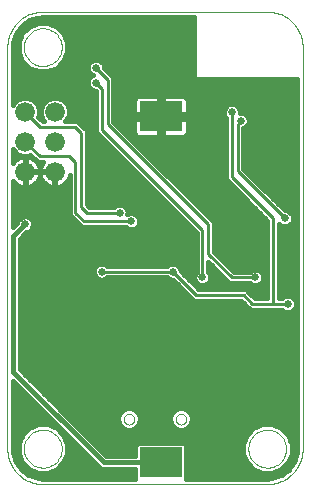
<source format=gbl>
G75*
G70*
%OFA0B0*%
%FSLAX24Y24*%
%IPPOS*%
%LPD*%
%AMOC8*
5,1,8,0,0,1.08239X$1,22.5*
%
%ADD10C,0.0000*%
%ADD11C,0.0660*%
%ADD12R,0.1417X0.1024*%
%ADD13C,0.0250*%
%ADD14C,0.0160*%
%ADD15C,0.0100*%
D10*
X002428Y001468D02*
X002428Y014853D01*
X002979Y014853D02*
X002981Y014903D01*
X002987Y014953D01*
X002997Y015002D01*
X003011Y015050D01*
X003028Y015097D01*
X003049Y015142D01*
X003074Y015186D01*
X003102Y015227D01*
X003134Y015266D01*
X003168Y015303D01*
X003205Y015337D01*
X003245Y015367D01*
X003287Y015394D01*
X003331Y015418D01*
X003377Y015439D01*
X003424Y015455D01*
X003472Y015468D01*
X003522Y015477D01*
X003571Y015482D01*
X003622Y015483D01*
X003672Y015480D01*
X003721Y015473D01*
X003770Y015462D01*
X003818Y015447D01*
X003864Y015429D01*
X003909Y015407D01*
X003952Y015381D01*
X003993Y015352D01*
X004032Y015320D01*
X004068Y015285D01*
X004100Y015247D01*
X004130Y015207D01*
X004157Y015164D01*
X004180Y015120D01*
X004199Y015074D01*
X004215Y015026D01*
X004227Y014977D01*
X004235Y014928D01*
X004239Y014878D01*
X004239Y014828D01*
X004235Y014778D01*
X004227Y014729D01*
X004215Y014680D01*
X004199Y014632D01*
X004180Y014586D01*
X004157Y014542D01*
X004130Y014499D01*
X004100Y014459D01*
X004068Y014421D01*
X004032Y014386D01*
X003993Y014354D01*
X003952Y014325D01*
X003909Y014299D01*
X003864Y014277D01*
X003818Y014259D01*
X003770Y014244D01*
X003721Y014233D01*
X003672Y014226D01*
X003622Y014223D01*
X003571Y014224D01*
X003522Y014229D01*
X003472Y014238D01*
X003424Y014251D01*
X003377Y014267D01*
X003331Y014288D01*
X003287Y014312D01*
X003245Y014339D01*
X003205Y014369D01*
X003168Y014403D01*
X003134Y014440D01*
X003102Y014479D01*
X003074Y014520D01*
X003049Y014564D01*
X003028Y014609D01*
X003011Y014656D01*
X002997Y014704D01*
X002987Y014753D01*
X002981Y014803D01*
X002979Y014853D01*
X002428Y014853D02*
X002430Y014919D01*
X002435Y014985D01*
X002445Y015051D01*
X002458Y015116D01*
X002474Y015180D01*
X002494Y015243D01*
X002518Y015305D01*
X002545Y015365D01*
X002575Y015424D01*
X002609Y015481D01*
X002646Y015536D01*
X002686Y015589D01*
X002728Y015640D01*
X002774Y015688D01*
X002822Y015734D01*
X002873Y015776D01*
X002926Y015816D01*
X002981Y015853D01*
X003038Y015887D01*
X003097Y015917D01*
X003157Y015944D01*
X003219Y015968D01*
X003282Y015988D01*
X003346Y016004D01*
X003411Y016017D01*
X003477Y016027D01*
X003543Y016032D01*
X003609Y016034D01*
X011089Y016034D01*
X011155Y016032D01*
X011221Y016027D01*
X011287Y016017D01*
X011352Y016004D01*
X011416Y015988D01*
X011479Y015968D01*
X011541Y015944D01*
X011601Y015917D01*
X011660Y015887D01*
X011717Y015853D01*
X011772Y015816D01*
X011825Y015776D01*
X011876Y015734D01*
X011924Y015688D01*
X011970Y015640D01*
X012012Y015589D01*
X012052Y015536D01*
X012089Y015481D01*
X012123Y015424D01*
X012153Y015365D01*
X012180Y015305D01*
X012204Y015243D01*
X012224Y015180D01*
X012240Y015116D01*
X012253Y015051D01*
X012263Y014985D01*
X012268Y014919D01*
X012270Y014853D01*
X012271Y014853D02*
X012271Y001468D01*
X010459Y001468D02*
X010461Y001518D01*
X010467Y001568D01*
X010477Y001617D01*
X010491Y001665D01*
X010508Y001712D01*
X010529Y001757D01*
X010554Y001801D01*
X010582Y001842D01*
X010614Y001881D01*
X010648Y001918D01*
X010685Y001952D01*
X010725Y001982D01*
X010767Y002009D01*
X010811Y002033D01*
X010857Y002054D01*
X010904Y002070D01*
X010952Y002083D01*
X011002Y002092D01*
X011051Y002097D01*
X011102Y002098D01*
X011152Y002095D01*
X011201Y002088D01*
X011250Y002077D01*
X011298Y002062D01*
X011344Y002044D01*
X011389Y002022D01*
X011432Y001996D01*
X011473Y001967D01*
X011512Y001935D01*
X011548Y001900D01*
X011580Y001862D01*
X011610Y001822D01*
X011637Y001779D01*
X011660Y001735D01*
X011679Y001689D01*
X011695Y001641D01*
X011707Y001592D01*
X011715Y001543D01*
X011719Y001493D01*
X011719Y001443D01*
X011715Y001393D01*
X011707Y001344D01*
X011695Y001295D01*
X011679Y001247D01*
X011660Y001201D01*
X011637Y001157D01*
X011610Y001114D01*
X011580Y001074D01*
X011548Y001036D01*
X011512Y001001D01*
X011473Y000969D01*
X011432Y000940D01*
X011389Y000914D01*
X011344Y000892D01*
X011298Y000874D01*
X011250Y000859D01*
X011201Y000848D01*
X011152Y000841D01*
X011102Y000838D01*
X011051Y000839D01*
X011002Y000844D01*
X010952Y000853D01*
X010904Y000866D01*
X010857Y000882D01*
X010811Y000903D01*
X010767Y000927D01*
X010725Y000954D01*
X010685Y000984D01*
X010648Y001018D01*
X010614Y001055D01*
X010582Y001094D01*
X010554Y001135D01*
X010529Y001179D01*
X010508Y001224D01*
X010491Y001271D01*
X010477Y001319D01*
X010467Y001368D01*
X010461Y001418D01*
X010459Y001468D01*
X011089Y000287D02*
X011155Y000289D01*
X011221Y000294D01*
X011287Y000304D01*
X011352Y000317D01*
X011416Y000333D01*
X011479Y000353D01*
X011541Y000377D01*
X011601Y000404D01*
X011660Y000434D01*
X011717Y000468D01*
X011772Y000505D01*
X011825Y000545D01*
X011876Y000587D01*
X011924Y000633D01*
X011970Y000681D01*
X012012Y000732D01*
X012052Y000785D01*
X012089Y000840D01*
X012123Y000897D01*
X012153Y000956D01*
X012180Y001016D01*
X012204Y001078D01*
X012224Y001141D01*
X012240Y001205D01*
X012253Y001270D01*
X012263Y001336D01*
X012268Y001402D01*
X012270Y001468D01*
X011089Y000286D02*
X003609Y000286D01*
X002979Y001468D02*
X002981Y001518D01*
X002987Y001568D01*
X002997Y001617D01*
X003011Y001665D01*
X003028Y001712D01*
X003049Y001757D01*
X003074Y001801D01*
X003102Y001842D01*
X003134Y001881D01*
X003168Y001918D01*
X003205Y001952D01*
X003245Y001982D01*
X003287Y002009D01*
X003331Y002033D01*
X003377Y002054D01*
X003424Y002070D01*
X003472Y002083D01*
X003522Y002092D01*
X003571Y002097D01*
X003622Y002098D01*
X003672Y002095D01*
X003721Y002088D01*
X003770Y002077D01*
X003818Y002062D01*
X003864Y002044D01*
X003909Y002022D01*
X003952Y001996D01*
X003993Y001967D01*
X004032Y001935D01*
X004068Y001900D01*
X004100Y001862D01*
X004130Y001822D01*
X004157Y001779D01*
X004180Y001735D01*
X004199Y001689D01*
X004215Y001641D01*
X004227Y001592D01*
X004235Y001543D01*
X004239Y001493D01*
X004239Y001443D01*
X004235Y001393D01*
X004227Y001344D01*
X004215Y001295D01*
X004199Y001247D01*
X004180Y001201D01*
X004157Y001157D01*
X004130Y001114D01*
X004100Y001074D01*
X004068Y001036D01*
X004032Y001001D01*
X003993Y000969D01*
X003952Y000940D01*
X003909Y000914D01*
X003864Y000892D01*
X003818Y000874D01*
X003770Y000859D01*
X003721Y000848D01*
X003672Y000841D01*
X003622Y000838D01*
X003571Y000839D01*
X003522Y000844D01*
X003472Y000853D01*
X003424Y000866D01*
X003377Y000882D01*
X003331Y000903D01*
X003287Y000927D01*
X003245Y000954D01*
X003205Y000984D01*
X003168Y001018D01*
X003134Y001055D01*
X003102Y001094D01*
X003074Y001135D01*
X003049Y001179D01*
X003028Y001224D01*
X003011Y001271D01*
X002997Y001319D01*
X002987Y001368D01*
X002981Y001418D01*
X002979Y001468D01*
X002428Y001468D02*
X002430Y001402D01*
X002435Y001336D01*
X002445Y001270D01*
X002458Y001205D01*
X002474Y001141D01*
X002494Y001078D01*
X002518Y001016D01*
X002545Y000956D01*
X002575Y000897D01*
X002609Y000840D01*
X002646Y000785D01*
X002686Y000732D01*
X002728Y000681D01*
X002774Y000633D01*
X002822Y000587D01*
X002873Y000545D01*
X002926Y000505D01*
X002981Y000468D01*
X003038Y000434D01*
X003097Y000404D01*
X003157Y000377D01*
X003219Y000353D01*
X003282Y000333D01*
X003346Y000317D01*
X003411Y000304D01*
X003477Y000294D01*
X003543Y000289D01*
X003609Y000287D01*
X006306Y002452D02*
X006308Y002478D01*
X006314Y002504D01*
X006324Y002529D01*
X006337Y002552D01*
X006353Y002572D01*
X006373Y002590D01*
X006395Y002605D01*
X006418Y002617D01*
X006444Y002625D01*
X006470Y002629D01*
X006496Y002629D01*
X006522Y002625D01*
X006548Y002617D01*
X006572Y002605D01*
X006593Y002590D01*
X006613Y002572D01*
X006629Y002552D01*
X006642Y002529D01*
X006652Y002504D01*
X006658Y002478D01*
X006660Y002452D01*
X006658Y002426D01*
X006652Y002400D01*
X006642Y002375D01*
X006629Y002352D01*
X006613Y002332D01*
X006593Y002314D01*
X006571Y002299D01*
X006548Y002287D01*
X006522Y002279D01*
X006496Y002275D01*
X006470Y002275D01*
X006444Y002279D01*
X006418Y002287D01*
X006394Y002299D01*
X006373Y002314D01*
X006353Y002332D01*
X006337Y002352D01*
X006324Y002375D01*
X006314Y002400D01*
X006308Y002426D01*
X006306Y002452D01*
X008038Y002452D02*
X008040Y002478D01*
X008046Y002504D01*
X008056Y002529D01*
X008069Y002552D01*
X008085Y002572D01*
X008105Y002590D01*
X008127Y002605D01*
X008150Y002617D01*
X008176Y002625D01*
X008202Y002629D01*
X008228Y002629D01*
X008254Y002625D01*
X008280Y002617D01*
X008304Y002605D01*
X008325Y002590D01*
X008345Y002572D01*
X008361Y002552D01*
X008374Y002529D01*
X008384Y002504D01*
X008390Y002478D01*
X008392Y002452D01*
X008390Y002426D01*
X008384Y002400D01*
X008374Y002375D01*
X008361Y002352D01*
X008345Y002332D01*
X008325Y002314D01*
X008303Y002299D01*
X008280Y002287D01*
X008254Y002279D01*
X008228Y002275D01*
X008202Y002275D01*
X008176Y002279D01*
X008150Y002287D01*
X008126Y002299D01*
X008105Y002314D01*
X008085Y002332D01*
X008069Y002352D01*
X008056Y002375D01*
X008046Y002400D01*
X008040Y002426D01*
X008038Y002452D01*
D11*
X004003Y010704D03*
X004003Y011704D03*
X004003Y012704D03*
X003019Y012704D03*
X003019Y011704D03*
X003019Y010704D03*
D12*
X007546Y012550D03*
X007546Y001015D03*
D13*
X009121Y002058D03*
X009121Y002649D03*
X008334Y003633D03*
X009908Y001074D03*
X009908Y000680D03*
X010302Y000680D03*
X011483Y002649D03*
X011877Y002649D03*
X011877Y002255D03*
X011778Y006290D03*
X010696Y007176D03*
X010893Y008948D03*
X011680Y009145D03*
X011975Y009735D03*
X011975Y010129D03*
X011975Y010523D03*
X011975Y010916D03*
X011975Y011310D03*
X011975Y011704D03*
X011975Y012097D03*
X011975Y012491D03*
X011975Y012885D03*
X011975Y013279D03*
X011975Y013672D03*
X010204Y012393D03*
X009908Y012688D03*
X009712Y013279D03*
X010105Y013279D03*
X010105Y013672D03*
X009712Y013672D03*
X009318Y013672D03*
X009318Y013279D03*
X008924Y013279D03*
X008924Y013672D03*
X008530Y013672D03*
X008530Y014066D03*
X008530Y014460D03*
X008137Y014460D03*
X008137Y014066D03*
X008137Y013672D03*
X008137Y013279D03*
X008530Y013279D03*
X008530Y014853D03*
X008530Y015247D03*
X008530Y015641D03*
X008137Y015641D03*
X008137Y015247D03*
X008137Y014853D03*
X007743Y015641D03*
X007349Y015641D03*
X005381Y014164D03*
X005381Y013672D03*
X004790Y015247D03*
X004790Y015641D03*
X004397Y015641D03*
X003215Y013672D03*
X002822Y013672D03*
X002822Y014066D03*
X005184Y010720D03*
X006168Y009342D03*
X006562Y009046D03*
X007152Y009735D03*
X007152Y011310D03*
X009121Y009735D03*
X007349Y007964D03*
X007940Y007373D03*
X007546Y007078D03*
X008924Y007176D03*
X006168Y006389D03*
X005578Y007373D03*
X004889Y006389D03*
X004200Y004420D03*
X003215Y004617D03*
X003215Y002649D03*
X002822Y002649D03*
X002822Y002255D03*
X004397Y000680D03*
X004790Y000680D03*
X004790Y001074D03*
X005578Y002058D03*
X005578Y002649D03*
X003019Y007176D03*
X004200Y008554D03*
X003019Y008948D03*
D14*
X002625Y008554D01*
X002625Y004027D01*
X005637Y001015D01*
X007546Y001015D01*
X008395Y001079D02*
X010374Y001079D01*
X010403Y001009D02*
X010280Y001306D01*
X010280Y001629D01*
X010403Y001926D01*
X010631Y002154D01*
X010928Y002277D01*
X011251Y002277D01*
X011548Y002154D01*
X011776Y001926D01*
X011899Y001629D01*
X011899Y001306D01*
X011776Y001009D01*
X011548Y000781D01*
X011251Y000658D01*
X010928Y000658D01*
X010631Y000781D01*
X010403Y001009D01*
X010491Y000920D02*
X008395Y000920D01*
X008395Y000762D02*
X010677Y000762D01*
X010308Y001237D02*
X008395Y001237D01*
X008395Y001396D02*
X010280Y001396D01*
X010280Y001554D02*
X008395Y001554D01*
X008395Y001585D02*
X008313Y001667D01*
X006780Y001667D01*
X006698Y001585D01*
X006698Y001235D01*
X005728Y001235D01*
X002845Y004118D01*
X002845Y008463D01*
X003065Y008683D01*
X003071Y008683D01*
X003169Y008723D01*
X003243Y008798D01*
X003284Y008895D01*
X003284Y009001D01*
X003243Y009098D01*
X003169Y009173D01*
X003071Y009213D01*
X002966Y009213D01*
X002869Y009173D01*
X002794Y009098D01*
X002754Y009001D01*
X002754Y008994D01*
X002608Y008848D01*
X002608Y010401D01*
X002630Y010372D01*
X002686Y010315D01*
X002751Y010268D01*
X002823Y010231D01*
X002899Y010206D01*
X002978Y010194D01*
X003000Y010194D01*
X003000Y010685D01*
X003037Y010685D01*
X003037Y010194D01*
X003059Y010194D01*
X003138Y010206D01*
X003214Y010231D01*
X003286Y010268D01*
X003351Y010315D01*
X003408Y010372D01*
X003455Y010436D01*
X003491Y010508D01*
X003511Y010568D01*
X003530Y010508D01*
X003567Y010436D01*
X003614Y010372D01*
X003671Y010315D01*
X003736Y010268D01*
X003807Y010231D01*
X003883Y010206D01*
X003963Y010194D01*
X003984Y010194D01*
X003984Y010685D01*
X003037Y010685D01*
X003037Y010722D01*
X003529Y010722D01*
X003984Y010722D01*
X003984Y010685D01*
X004021Y010685D01*
X004021Y010194D01*
X004043Y010194D01*
X004122Y010206D01*
X004199Y010231D01*
X004270Y010268D01*
X004335Y010315D01*
X004392Y010372D01*
X004439Y010436D01*
X004476Y010508D01*
X004500Y010584D01*
X004502Y010594D01*
X004502Y009263D01*
X004613Y009152D01*
X004908Y008856D01*
X006377Y008856D01*
X006412Y008822D01*
X006509Y008781D01*
X006615Y008781D01*
X006712Y008822D01*
X006787Y008896D01*
X006827Y008994D01*
X006827Y009099D01*
X006787Y009196D01*
X006712Y009271D01*
X006615Y009311D01*
X006509Y009311D01*
X006429Y009278D01*
X006433Y009289D01*
X006433Y009394D01*
X006393Y009492D01*
X006318Y009566D01*
X006221Y009607D01*
X006116Y009607D01*
X006018Y009566D01*
X005983Y009532D01*
X005164Y009532D01*
X005079Y009617D01*
X005079Y012078D01*
X004882Y012275D01*
X004771Y012386D01*
X004350Y012386D01*
X004401Y012438D01*
X004473Y012610D01*
X004473Y012797D01*
X004401Y012970D01*
X004269Y013102D01*
X004096Y013174D01*
X003909Y013174D01*
X003737Y013102D01*
X003604Y012970D01*
X003533Y012797D01*
X003533Y012610D01*
X003604Y012438D01*
X003656Y012386D01*
X003605Y012386D01*
X003457Y012534D01*
X003489Y012610D01*
X003489Y012797D01*
X003417Y012970D01*
X003285Y013102D01*
X003112Y013174D01*
X002925Y013174D01*
X002752Y013102D01*
X002620Y012970D01*
X002608Y012941D01*
X002608Y014853D01*
X002620Y015010D01*
X002717Y015308D01*
X002901Y015561D01*
X003155Y015745D01*
X003453Y015842D01*
X003609Y015854D01*
X008647Y015854D01*
X008647Y013836D01*
X008694Y013789D01*
X012091Y013789D01*
X012091Y001468D01*
X012078Y001311D01*
X011981Y001013D01*
X011797Y000760D01*
X011544Y000576D01*
X011246Y000479D01*
X011089Y000466D01*
X008395Y000466D01*
X008395Y001585D01*
X008287Y002095D02*
X008144Y002095D01*
X008013Y002149D01*
X007913Y002249D01*
X007858Y002381D01*
X007858Y002523D01*
X007913Y002654D01*
X008013Y002755D01*
X008144Y002809D01*
X008287Y002809D01*
X008418Y002755D01*
X008518Y002654D01*
X008573Y002523D01*
X008573Y002381D01*
X008518Y002249D01*
X008418Y002149D01*
X008287Y002095D01*
X008457Y002188D02*
X010713Y002188D01*
X010506Y002030D02*
X004933Y002030D01*
X005091Y001871D02*
X010380Y001871D01*
X010314Y001713D02*
X005250Y001713D01*
X005408Y001554D02*
X006698Y001554D01*
X006698Y001396D02*
X005567Y001396D01*
X005725Y001237D02*
X006698Y001237D01*
X006698Y000795D02*
X005728Y000795D01*
X005546Y000795D01*
X002608Y003732D01*
X002608Y001468D01*
X002620Y001311D01*
X002717Y001013D01*
X002901Y000760D01*
X003155Y000576D01*
X003453Y000479D01*
X003609Y000466D01*
X006698Y000466D01*
X006698Y000795D01*
X006698Y000762D02*
X004022Y000762D01*
X004068Y000781D02*
X004296Y001009D01*
X004419Y001306D01*
X004419Y001629D01*
X004296Y001926D01*
X004068Y002154D01*
X003770Y002277D01*
X003448Y002277D01*
X003150Y002154D01*
X002923Y001926D01*
X002799Y001629D01*
X002799Y001306D01*
X002923Y001009D01*
X003150Y000781D01*
X003448Y000658D01*
X003770Y000658D01*
X004068Y000781D01*
X004207Y000920D02*
X005420Y000920D01*
X005261Y001079D02*
X004325Y001079D01*
X004391Y001237D02*
X005103Y001237D01*
X004944Y001396D02*
X004419Y001396D01*
X004419Y001554D02*
X004786Y001554D01*
X004627Y001713D02*
X004384Y001713D01*
X004319Y001871D02*
X004469Y001871D01*
X004310Y002030D02*
X004192Y002030D01*
X004152Y002188D02*
X003985Y002188D01*
X003993Y002347D02*
X002608Y002347D01*
X002608Y002505D02*
X003835Y002505D01*
X003676Y002664D02*
X002608Y002664D01*
X002608Y002822D02*
X003518Y002822D01*
X003359Y002981D02*
X002608Y002981D01*
X002608Y003139D02*
X003201Y003139D01*
X003042Y003298D02*
X002608Y003298D01*
X002608Y003456D02*
X002884Y003456D01*
X002725Y003615D02*
X002608Y003615D01*
X002872Y004090D02*
X012091Y004090D01*
X012091Y003932D02*
X003031Y003932D01*
X003189Y003773D02*
X012091Y003773D01*
X012091Y003615D02*
X003348Y003615D01*
X003506Y003456D02*
X012091Y003456D01*
X012091Y003298D02*
X003665Y003298D01*
X003823Y003139D02*
X012091Y003139D01*
X012091Y002981D02*
X003982Y002981D01*
X004140Y002822D02*
X012091Y002822D01*
X012091Y002664D02*
X008508Y002664D01*
X008573Y002505D02*
X012091Y002505D01*
X012091Y002347D02*
X008559Y002347D01*
X007974Y002188D02*
X006725Y002188D01*
X006686Y002149D02*
X006786Y002249D01*
X006840Y002381D01*
X006840Y002523D01*
X006786Y002654D01*
X006686Y002755D01*
X006554Y002809D01*
X006412Y002809D01*
X006281Y002755D01*
X006180Y002654D01*
X006126Y002523D01*
X006126Y002381D01*
X006180Y002249D01*
X006281Y002149D01*
X006412Y002095D01*
X006554Y002095D01*
X006686Y002149D01*
X006826Y002347D02*
X007872Y002347D01*
X007858Y002505D02*
X006840Y002505D01*
X006776Y002664D02*
X007923Y002664D01*
X008395Y000603D02*
X011582Y000603D01*
X011502Y000762D02*
X011799Y000762D01*
X011688Y000920D02*
X011914Y000920D01*
X012003Y001079D02*
X011805Y001079D01*
X011871Y001237D02*
X012054Y001237D01*
X012085Y001396D02*
X011899Y001396D01*
X011899Y001554D02*
X012091Y001554D01*
X012091Y001713D02*
X011865Y001713D01*
X011799Y001871D02*
X012091Y001871D01*
X012091Y002030D02*
X011672Y002030D01*
X011466Y002188D02*
X012091Y002188D01*
X012091Y004249D02*
X002845Y004249D01*
X002845Y004407D02*
X012091Y004407D01*
X012091Y004566D02*
X002845Y004566D01*
X002845Y004724D02*
X012091Y004724D01*
X012091Y004883D02*
X002845Y004883D01*
X002845Y005041D02*
X012091Y005041D01*
X012091Y005200D02*
X002845Y005200D01*
X002845Y005358D02*
X012091Y005358D01*
X012091Y005517D02*
X002845Y005517D01*
X002845Y005675D02*
X012091Y005675D01*
X012091Y005834D02*
X002845Y005834D01*
X002845Y005992D02*
X012091Y005992D01*
X012091Y006151D02*
X012008Y006151D01*
X012003Y006140D02*
X012043Y006238D01*
X012043Y006343D01*
X012003Y006441D01*
X011929Y006515D01*
X011831Y006555D01*
X011726Y006555D01*
X011628Y006515D01*
X011594Y006480D01*
X011476Y006480D01*
X011476Y008974D01*
X011530Y008920D01*
X011627Y008880D01*
X011733Y008880D01*
X011830Y008920D01*
X011905Y008995D01*
X011945Y009092D01*
X011945Y009197D01*
X011905Y009295D01*
X011830Y009369D01*
X011733Y009410D01*
X011684Y009410D01*
X010295Y010798D01*
X010295Y012144D01*
X010354Y012168D01*
X010428Y012243D01*
X010469Y012340D01*
X010469Y012445D01*
X010428Y012543D01*
X010354Y012617D01*
X010256Y012658D01*
X010173Y012658D01*
X010173Y012741D01*
X010133Y012838D01*
X010059Y012913D01*
X009961Y012953D01*
X009856Y012953D01*
X009758Y012913D01*
X009684Y012838D01*
X009643Y012741D01*
X009643Y012635D01*
X009684Y012538D01*
X009718Y012503D01*
X009718Y010444D01*
X011096Y009066D01*
X011096Y006488D01*
X010668Y006488D01*
X010492Y006664D01*
X010381Y006776D01*
X008806Y006776D01*
X008205Y007377D01*
X008205Y007426D01*
X008165Y007523D01*
X008090Y007598D01*
X007993Y007638D01*
X007887Y007638D01*
X007790Y007598D01*
X007755Y007563D01*
X005762Y007563D01*
X005728Y007598D01*
X005630Y007638D01*
X005525Y007638D01*
X005428Y007598D01*
X005353Y007523D01*
X005313Y007426D01*
X005313Y007320D01*
X005353Y007223D01*
X005428Y007148D01*
X005525Y007108D01*
X005630Y007108D01*
X005728Y007148D01*
X005762Y007183D01*
X007755Y007183D01*
X007790Y007148D01*
X007887Y007108D01*
X007936Y007108D01*
X008649Y006396D01*
X010223Y006396D01*
X010519Y006100D01*
X011594Y006100D01*
X011628Y006066D01*
X011726Y006025D01*
X011831Y006025D01*
X011929Y006066D01*
X012003Y006140D01*
X012043Y006309D02*
X012091Y006309D01*
X012091Y006468D02*
X011976Y006468D01*
X012091Y006626D02*
X011476Y006626D01*
X011476Y006785D02*
X012091Y006785D01*
X012091Y006943D02*
X011476Y006943D01*
X011476Y007102D02*
X012091Y007102D01*
X012091Y007260D02*
X011476Y007260D01*
X011476Y007419D02*
X012091Y007419D01*
X012091Y007577D02*
X011476Y007577D01*
X011476Y007736D02*
X012091Y007736D01*
X012091Y007894D02*
X011476Y007894D01*
X011476Y008053D02*
X012091Y008053D01*
X012091Y008211D02*
X011476Y008211D01*
X011476Y008370D02*
X012091Y008370D01*
X012091Y008528D02*
X011476Y008528D01*
X011476Y008687D02*
X012091Y008687D01*
X012091Y008845D02*
X011476Y008845D01*
X011096Y008845D02*
X009311Y008845D01*
X009311Y008687D02*
X011096Y008687D01*
X011096Y008528D02*
X009311Y008528D01*
X009311Y008370D02*
X011096Y008370D01*
X011096Y008211D02*
X009311Y008211D01*
X009311Y008053D02*
X011096Y008053D01*
X011096Y007894D02*
X009459Y007894D01*
X009311Y008042D02*
X009311Y009027D01*
X005965Y012373D01*
X005965Y013849D01*
X005646Y014168D01*
X005646Y014217D01*
X005605Y014315D01*
X005531Y014389D01*
X005434Y014429D01*
X005328Y014429D01*
X005231Y014389D01*
X005156Y014315D01*
X005116Y014217D01*
X005116Y014112D01*
X005156Y014014D01*
X005231Y013940D01*
X005282Y013918D01*
X005231Y013897D01*
X005156Y013822D01*
X005116Y013725D01*
X005116Y013620D01*
X005156Y013522D01*
X005231Y013448D01*
X005328Y013407D01*
X005377Y013407D01*
X005388Y013397D01*
X005388Y012019D01*
X005499Y011907D01*
X008734Y008672D01*
X008734Y007361D01*
X008699Y007326D01*
X008659Y007229D01*
X008659Y007124D01*
X008699Y007026D01*
X008774Y006952D01*
X008871Y006911D01*
X008977Y006911D01*
X009074Y006952D01*
X009149Y007026D01*
X009189Y007124D01*
X009189Y007229D01*
X009149Y007326D01*
X009114Y007361D01*
X009114Y007702D01*
X009830Y006986D01*
X010511Y006986D01*
X010546Y006952D01*
X010643Y006911D01*
X010749Y006911D01*
X010846Y006952D01*
X010920Y007026D01*
X010961Y007124D01*
X010961Y007229D01*
X010920Y007326D01*
X010846Y007401D01*
X010749Y007441D01*
X010643Y007441D01*
X010546Y007401D01*
X010511Y007366D01*
X009987Y007366D01*
X009311Y008042D01*
X009617Y007736D02*
X011096Y007736D01*
X011096Y007577D02*
X009776Y007577D01*
X009934Y007419D02*
X010589Y007419D01*
X010802Y007419D02*
X011096Y007419D01*
X011096Y007260D02*
X010948Y007260D01*
X010952Y007102D02*
X011096Y007102D01*
X011096Y006943D02*
X010826Y006943D01*
X010565Y006943D02*
X009055Y006943D01*
X009180Y007102D02*
X009714Y007102D01*
X009555Y007260D02*
X009176Y007260D01*
X009114Y007419D02*
X009397Y007419D01*
X009238Y007577D02*
X009114Y007577D01*
X008734Y007577D02*
X008110Y007577D01*
X008205Y007419D02*
X008734Y007419D01*
X008672Y007260D02*
X008321Y007260D01*
X008480Y007102D02*
X008668Y007102D01*
X008638Y006943D02*
X008794Y006943D01*
X008797Y006785D02*
X011096Y006785D01*
X011096Y006626D02*
X010530Y006626D01*
X010310Y006309D02*
X002845Y006309D01*
X002845Y006151D02*
X010468Y006151D01*
X008734Y007736D02*
X002845Y007736D01*
X002845Y007894D02*
X008734Y007894D01*
X008734Y008053D02*
X002845Y008053D01*
X002845Y008211D02*
X008734Y008211D01*
X008734Y008370D02*
X002845Y008370D01*
X002910Y008528D02*
X008734Y008528D01*
X008719Y008687D02*
X003081Y008687D01*
X003263Y008845D02*
X006388Y008845D01*
X006736Y008845D02*
X008561Y008845D01*
X008402Y009004D02*
X006827Y009004D01*
X006801Y009162D02*
X008244Y009162D01*
X008085Y009321D02*
X006433Y009321D01*
X006398Y009479D02*
X007927Y009479D01*
X007768Y009638D02*
X005079Y009638D01*
X005079Y009796D02*
X007610Y009796D01*
X007451Y009955D02*
X005079Y009955D01*
X005079Y010113D02*
X007293Y010113D01*
X007134Y010272D02*
X005079Y010272D01*
X005079Y010430D02*
X006976Y010430D01*
X006817Y010589D02*
X005079Y010589D01*
X005079Y010747D02*
X006659Y010747D01*
X006500Y010906D02*
X005079Y010906D01*
X005079Y011064D02*
X006342Y011064D01*
X006183Y011223D02*
X005079Y011223D01*
X005079Y011381D02*
X006025Y011381D01*
X005866Y011540D02*
X005079Y011540D01*
X005079Y011698D02*
X005708Y011698D01*
X005549Y011857D02*
X005079Y011857D01*
X005079Y012015D02*
X005391Y012015D01*
X005388Y012174D02*
X004982Y012174D01*
X004824Y012332D02*
X005388Y012332D01*
X005388Y012491D02*
X004423Y012491D01*
X004473Y012649D02*
X005388Y012649D01*
X005388Y012808D02*
X004468Y012808D01*
X004403Y012966D02*
X005388Y012966D01*
X005388Y013125D02*
X004214Y013125D01*
X003792Y013125D02*
X003230Y013125D01*
X003419Y012966D02*
X003603Y012966D01*
X003537Y012808D02*
X003484Y012808D01*
X003489Y012649D02*
X003533Y012649D01*
X003500Y012491D02*
X003582Y012491D01*
X002807Y013125D02*
X002608Y013125D01*
X002608Y013283D02*
X005388Y013283D01*
X005244Y013442D02*
X002608Y013442D01*
X002608Y013600D02*
X005124Y013600D01*
X005130Y013759D02*
X002608Y013759D01*
X002608Y013917D02*
X005280Y013917D01*
X005131Y014076D02*
X003849Y014076D01*
X003770Y014043D02*
X004068Y014167D01*
X004296Y014395D01*
X004419Y014692D01*
X004419Y015014D01*
X004296Y015312D01*
X004068Y015540D01*
X003770Y015663D01*
X003448Y015663D01*
X003150Y015540D01*
X002923Y015312D01*
X002799Y015014D01*
X002799Y014692D01*
X002923Y014395D01*
X003150Y014167D01*
X003448Y014043D01*
X003770Y014043D01*
X003370Y014076D02*
X002608Y014076D01*
X002608Y014234D02*
X003083Y014234D01*
X002924Y014393D02*
X002608Y014393D01*
X002608Y014551D02*
X002858Y014551D01*
X002799Y014710D02*
X002608Y014710D01*
X002609Y014868D02*
X002799Y014868D01*
X002804Y015027D02*
X002626Y015027D01*
X002677Y015185D02*
X002870Y015185D01*
X002954Y015344D02*
X002743Y015344D01*
X002859Y015502D02*
X003113Y015502D01*
X003039Y015661D02*
X003442Y015661D01*
X003383Y015819D02*
X008647Y015819D01*
X008647Y015661D02*
X003776Y015661D01*
X004105Y015502D02*
X008647Y015502D01*
X008647Y015344D02*
X004264Y015344D01*
X004348Y015185D02*
X008647Y015185D01*
X008647Y015027D02*
X004414Y015027D01*
X004419Y014868D02*
X008647Y014868D01*
X008647Y014710D02*
X004419Y014710D01*
X004361Y014551D02*
X008647Y014551D01*
X008647Y014393D02*
X005521Y014393D01*
X005639Y014234D02*
X008647Y014234D01*
X008647Y014076D02*
X005738Y014076D01*
X005896Y013917D02*
X008647Y013917D01*
X008324Y013230D02*
X008279Y013242D01*
X007626Y013242D01*
X007626Y012630D01*
X008435Y012630D01*
X008435Y013086D01*
X008423Y013132D01*
X008399Y013173D01*
X008365Y013206D01*
X008324Y013230D01*
X008424Y013125D02*
X012091Y013125D01*
X012091Y013283D02*
X005965Y013283D01*
X005965Y013125D02*
X006668Y013125D01*
X006670Y013132D02*
X006658Y013086D01*
X006658Y012630D01*
X007466Y012630D01*
X007466Y012470D01*
X007626Y012470D01*
X007626Y011858D01*
X008279Y011858D01*
X008324Y011871D01*
X008365Y011894D01*
X008399Y011928D01*
X008423Y011969D01*
X008435Y012015D01*
X008435Y012470D01*
X007626Y012470D01*
X007626Y012630D01*
X007466Y012630D01*
X007466Y013242D01*
X006814Y013242D01*
X006768Y013230D01*
X006727Y013206D01*
X006693Y013173D01*
X006670Y013132D01*
X006658Y012966D02*
X005965Y012966D01*
X005965Y012808D02*
X006658Y012808D01*
X006658Y012649D02*
X005965Y012649D01*
X005965Y012491D02*
X007466Y012491D01*
X007466Y012470D02*
X006658Y012470D01*
X006658Y012015D01*
X006670Y011969D01*
X006693Y011928D01*
X006727Y011894D01*
X006768Y011871D01*
X006814Y011858D01*
X007466Y011858D01*
X007466Y012470D01*
X007466Y012332D02*
X007626Y012332D01*
X007626Y012174D02*
X007466Y012174D01*
X007466Y012015D02*
X007626Y012015D01*
X007626Y012491D02*
X009718Y012491D01*
X009718Y012332D02*
X008435Y012332D01*
X008435Y012174D02*
X009718Y012174D01*
X009718Y012015D02*
X008435Y012015D01*
X008435Y012649D02*
X009643Y012649D01*
X009671Y012808D02*
X008435Y012808D01*
X008435Y012966D02*
X012091Y012966D01*
X012091Y012808D02*
X010146Y012808D01*
X010276Y012649D02*
X012091Y012649D01*
X012091Y012491D02*
X010450Y012491D01*
X010466Y012332D02*
X012091Y012332D01*
X012091Y012174D02*
X010360Y012174D01*
X010295Y012015D02*
X012091Y012015D01*
X012091Y011857D02*
X010295Y011857D01*
X010295Y011698D02*
X012091Y011698D01*
X012091Y011540D02*
X010295Y011540D01*
X010295Y011381D02*
X012091Y011381D01*
X012091Y011223D02*
X010295Y011223D01*
X010295Y011064D02*
X012091Y011064D01*
X012091Y010906D02*
X010295Y010906D01*
X010346Y010747D02*
X012091Y010747D01*
X012091Y010589D02*
X010504Y010589D01*
X010663Y010430D02*
X012091Y010430D01*
X012091Y010272D02*
X010821Y010272D01*
X010980Y010113D02*
X012091Y010113D01*
X012091Y009955D02*
X011138Y009955D01*
X011297Y009796D02*
X012091Y009796D01*
X012091Y009638D02*
X011455Y009638D01*
X011614Y009479D02*
X012091Y009479D01*
X012091Y009321D02*
X011879Y009321D01*
X011945Y009162D02*
X012091Y009162D01*
X012091Y009004D02*
X011909Y009004D01*
X011096Y009004D02*
X009311Y009004D01*
X009175Y009162D02*
X011000Y009162D01*
X010841Y009321D02*
X009017Y009321D01*
X008858Y009479D02*
X010683Y009479D01*
X010524Y009638D02*
X008700Y009638D01*
X008541Y009796D02*
X010366Y009796D01*
X010207Y009955D02*
X008383Y009955D01*
X008224Y010113D02*
X010049Y010113D01*
X009890Y010272D02*
X008066Y010272D01*
X007907Y010430D02*
X009732Y010430D01*
X009718Y010589D02*
X007749Y010589D01*
X007590Y010747D02*
X009718Y010747D01*
X009718Y010906D02*
X007432Y010906D01*
X007273Y011064D02*
X009718Y011064D01*
X009718Y011223D02*
X007115Y011223D01*
X006956Y011381D02*
X009718Y011381D01*
X009718Y011540D02*
X006798Y011540D01*
X006639Y011698D02*
X009718Y011698D01*
X009718Y011857D02*
X006481Y011857D01*
X006322Y012015D02*
X006658Y012015D01*
X006658Y012174D02*
X006164Y012174D01*
X006005Y012332D02*
X006658Y012332D01*
X005965Y013442D02*
X012091Y013442D01*
X012091Y013600D02*
X005965Y013600D01*
X005965Y013759D02*
X012091Y013759D01*
X007626Y013125D02*
X007466Y013125D01*
X007466Y012966D02*
X007626Y012966D01*
X007626Y012808D02*
X007466Y012808D01*
X007466Y012649D02*
X007626Y012649D01*
X005240Y014393D02*
X004294Y014393D01*
X004136Y014234D02*
X005123Y014234D01*
X003188Y011265D02*
X003112Y011234D01*
X002925Y011234D01*
X002752Y011305D01*
X002620Y011438D01*
X002608Y011467D01*
X002608Y011006D01*
X002630Y011036D01*
X002686Y011093D01*
X002751Y011140D01*
X002823Y011176D01*
X002899Y011201D01*
X002978Y011214D01*
X003000Y011214D01*
X003000Y010722D01*
X003037Y010722D01*
X003037Y011214D01*
X003059Y011214D01*
X003138Y011201D01*
X003214Y011176D01*
X003286Y011140D01*
X003351Y011093D01*
X003408Y011036D01*
X003455Y010971D01*
X003491Y010900D01*
X003511Y010840D01*
X003530Y010900D01*
X003567Y010971D01*
X003603Y011022D01*
X003432Y011022D01*
X003188Y011265D01*
X003231Y011223D02*
X002608Y011223D01*
X002608Y011381D02*
X002676Y011381D01*
X002658Y011064D02*
X002608Y011064D01*
X003000Y011064D02*
X003037Y011064D01*
X003037Y010906D02*
X003000Y010906D01*
X003000Y010747D02*
X003037Y010747D01*
X003037Y010589D02*
X003000Y010589D01*
X003000Y010430D02*
X003037Y010430D01*
X003037Y010272D02*
X003000Y010272D01*
X002745Y010272D02*
X002608Y010272D01*
X002608Y010113D02*
X004502Y010113D01*
X004502Y009955D02*
X002608Y009955D01*
X002608Y009796D02*
X004502Y009796D01*
X004502Y009638D02*
X002608Y009638D01*
X002608Y009479D02*
X004502Y009479D01*
X004502Y009321D02*
X002608Y009321D01*
X002608Y009162D02*
X002858Y009162D01*
X002755Y009004D02*
X002608Y009004D01*
X003179Y009162D02*
X004602Y009162D01*
X004761Y009004D02*
X003282Y009004D01*
X003292Y010272D02*
X003730Y010272D01*
X003571Y010430D02*
X003450Y010430D01*
X003488Y010906D02*
X003534Y010906D01*
X003389Y011064D02*
X003379Y011064D01*
X003984Y010589D02*
X004021Y010589D01*
X004021Y010430D02*
X003984Y010430D01*
X003984Y010272D02*
X004021Y010272D01*
X004276Y010272D02*
X004502Y010272D01*
X004502Y010430D02*
X004435Y010430D01*
X004501Y010589D02*
X004502Y010589D01*
X002619Y012966D02*
X002608Y012966D01*
X002845Y007577D02*
X005407Y007577D01*
X005313Y007419D02*
X002845Y007419D01*
X002845Y007260D02*
X005337Y007260D01*
X005748Y007577D02*
X007770Y007577D01*
X007942Y007102D02*
X002845Y007102D01*
X002845Y006943D02*
X008101Y006943D01*
X008259Y006785D02*
X002845Y006785D01*
X002845Y006626D02*
X008418Y006626D01*
X008576Y006468D02*
X002845Y006468D01*
X004299Y002664D02*
X006190Y002664D01*
X006126Y002505D02*
X004457Y002505D01*
X004616Y002347D02*
X006140Y002347D01*
X006241Y002188D02*
X004774Y002188D01*
X003233Y002188D02*
X002608Y002188D01*
X002608Y002030D02*
X003026Y002030D01*
X002900Y001871D02*
X002608Y001871D01*
X002608Y001713D02*
X002834Y001713D01*
X002799Y001554D02*
X002608Y001554D01*
X002614Y001396D02*
X002799Y001396D01*
X002828Y001237D02*
X002644Y001237D01*
X002696Y001079D02*
X002893Y001079D01*
X002784Y000920D02*
X003011Y000920D01*
X002900Y000762D02*
X003196Y000762D01*
X003116Y000603D02*
X006698Y000603D01*
D15*
X010597Y006290D02*
X010302Y006586D01*
X008727Y006586D01*
X007940Y007373D01*
X005578Y007373D01*
X004987Y009046D02*
X004692Y009342D01*
X004692Y011015D01*
X004495Y011212D01*
X003511Y011212D01*
X003019Y011704D01*
X003527Y012196D02*
X003019Y012704D01*
X003527Y012196D02*
X004692Y012196D01*
X004889Y011999D01*
X004889Y009538D01*
X005086Y009342D01*
X006168Y009342D01*
X006562Y009046D02*
X004987Y009046D01*
X005578Y012097D02*
X005578Y013475D01*
X005381Y013672D01*
X005775Y013771D02*
X005381Y014164D01*
X005775Y013771D02*
X005775Y012294D01*
X009121Y008948D01*
X009121Y007964D01*
X009908Y007176D01*
X010696Y007176D01*
X010704Y006298D02*
X010696Y006290D01*
X010597Y006290D01*
X010696Y006290D02*
X011778Y006290D01*
X011286Y006318D02*
X011267Y006298D01*
X010704Y006298D01*
X011286Y006318D02*
X011286Y009145D01*
X009908Y010523D01*
X009908Y012688D01*
X010204Y012393D02*
X010105Y012294D01*
X010105Y010720D01*
X011680Y009145D01*
X008924Y008751D02*
X008924Y007176D01*
X008924Y008751D02*
X005578Y012097D01*
M02*

</source>
